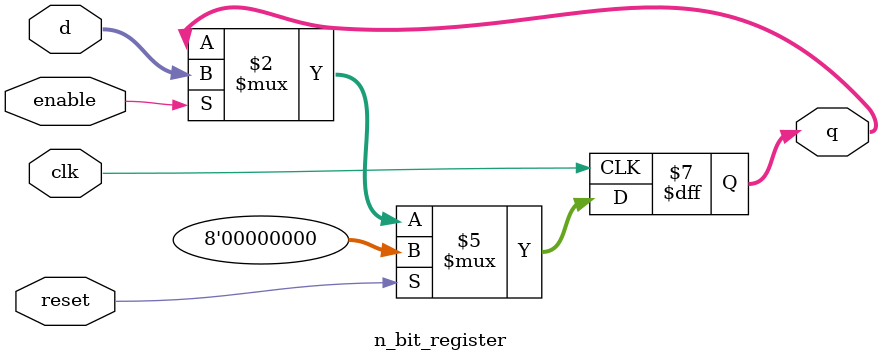
<source format=v>
module n_bit_register #(parameter N = 8) (
    input clk,
    input reset,
    input enable,
    input [N-1:0] d,
    output reg [N-1:0] q
);
    always @(posedge clk) begin
        if (reset)
            q <= {N{1'b0}};
        else if (enable)
            q <= d;
    end
endmodule

</source>
